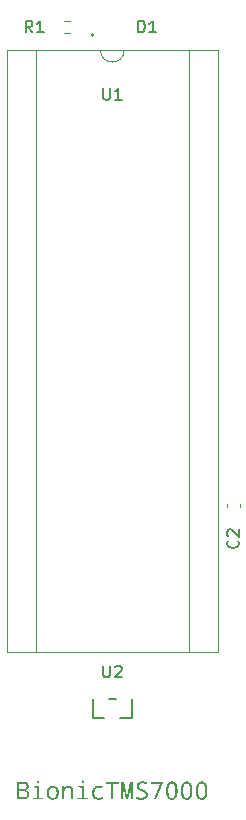
<source format=gbr>
G04 #@! TF.GenerationSoftware,KiCad,Pcbnew,8.0.4+dfsg-1*
G04 #@! TF.CreationDate,2025-03-02T15:08:39+09:00*
G04 #@! TF.ProjectId,bionic-tms7000,62696f6e-6963-42d7-946d-73373030302e,4*
G04 #@! TF.SameCoordinates,Original*
G04 #@! TF.FileFunction,Legend,Top*
G04 #@! TF.FilePolarity,Positive*
%FSLAX46Y46*%
G04 Gerber Fmt 4.6, Leading zero omitted, Abs format (unit mm)*
G04 Created by KiCad (PCBNEW 8.0.4+dfsg-1) date 2025-03-02 15:08:39*
%MOMM*%
%LPD*%
G01*
G04 APERTURE LIST*
%ADD10C,0.150000*%
%ADD11C,0.152400*%
%ADD12C,0.120000*%
G04 APERTURE END LIST*
D10*
G36*
X106185245Y-135672063D02*
G01*
X106262051Y-135678637D01*
X106344229Y-135692311D01*
X106415512Y-135712297D01*
X106484902Y-135743590D01*
X106510101Y-135759631D01*
X106565880Y-135811219D01*
X106605722Y-135876592D01*
X106629627Y-135955750D01*
X106637471Y-136036321D01*
X106637596Y-136048692D01*
X106629689Y-136126373D01*
X106602726Y-136201904D01*
X106556629Y-136267045D01*
X106500444Y-136314622D01*
X106433096Y-136348819D01*
X106354585Y-136369634D01*
X106337543Y-136372192D01*
X106337543Y-136382450D01*
X106417743Y-136400127D01*
X106487249Y-136425315D01*
X106559094Y-136467361D01*
X106614231Y-136521142D01*
X106652660Y-136586658D01*
X106674381Y-136663909D01*
X106679727Y-136734160D01*
X106675104Y-136807481D01*
X106658021Y-136885274D01*
X106628351Y-136954722D01*
X106586093Y-137015826D01*
X106548203Y-137054362D01*
X106486245Y-137099615D01*
X106415137Y-137133753D01*
X106334877Y-137156776D01*
X106258799Y-137167664D01*
X106190265Y-137170500D01*
X105647313Y-137170500D01*
X105647313Y-137006735D01*
X105840021Y-137006735D01*
X106156193Y-137006735D01*
X106231326Y-137002355D01*
X106311155Y-136984565D01*
X106386289Y-136945152D01*
X106438882Y-136886033D01*
X106468935Y-136807207D01*
X106476762Y-136726466D01*
X106468613Y-136651635D01*
X106437323Y-136578580D01*
X106382566Y-136523788D01*
X106304342Y-136487261D01*
X106221228Y-136470772D01*
X106143004Y-136466714D01*
X105840021Y-136466714D01*
X105840021Y-137006735D01*
X105647313Y-137006735D01*
X105647313Y-136302949D01*
X105840021Y-136302949D01*
X106132379Y-136302949D01*
X106207347Y-136299446D01*
X106285728Y-136285213D01*
X106357307Y-136253683D01*
X106366852Y-136246895D01*
X106414531Y-136189259D01*
X106436968Y-136114589D01*
X106440492Y-136061515D01*
X106431184Y-135985822D01*
X106396184Y-135917465D01*
X106361723Y-135886759D01*
X106289664Y-135854387D01*
X106209779Y-135838824D01*
X106132889Y-135833844D01*
X106111863Y-135833636D01*
X105840021Y-135833636D01*
X105840021Y-136302949D01*
X105647313Y-136302949D01*
X105647313Y-135669871D01*
X106100872Y-135669871D01*
X106185245Y-135672063D01*
G37*
G36*
X107420516Y-135576082D02*
G01*
X107495148Y-135598452D01*
X107527987Y-135665561D01*
X107529693Y-135692952D01*
X107511351Y-135765080D01*
X107497086Y-135781613D01*
X107428722Y-135810301D01*
X107420516Y-135810555D01*
X107349117Y-135791146D01*
X107312933Y-135726832D01*
X107310240Y-135692952D01*
X107328440Y-135617284D01*
X107394670Y-135577908D01*
X107420516Y-135576082D01*
G37*
G36*
X107325994Y-136192307D02*
G01*
X107048656Y-136170691D01*
X107048656Y-136045028D01*
X107513206Y-136045028D01*
X107513206Y-137023221D01*
X107875907Y-137043737D01*
X107875907Y-137170500D01*
X106971353Y-137170500D01*
X106971353Y-137043737D01*
X107325994Y-137023221D01*
X107325994Y-136192307D01*
G37*
G36*
X108744949Y-136027197D02*
G01*
X108820589Y-136044044D01*
X108890510Y-136072122D01*
X108954712Y-136111432D01*
X109013196Y-136161973D01*
X109031420Y-136181316D01*
X109080102Y-136244900D01*
X109118712Y-136315852D01*
X109147249Y-136394171D01*
X109165715Y-136479857D01*
X109173409Y-136556890D01*
X109174668Y-136605566D01*
X109171216Y-136688148D01*
X109160858Y-136765077D01*
X109143595Y-136836354D01*
X109113765Y-136914424D01*
X109073992Y-136984354D01*
X109033252Y-137036410D01*
X108977060Y-137089948D01*
X108914275Y-137132409D01*
X108844894Y-137163793D01*
X108768920Y-137184101D01*
X108686350Y-137193331D01*
X108657362Y-137193947D01*
X108576600Y-137188318D01*
X108501376Y-137171433D01*
X108431691Y-137143290D01*
X108367545Y-137103890D01*
X108308936Y-137053233D01*
X108290631Y-137033846D01*
X108241825Y-136969896D01*
X108203116Y-136898400D01*
X108174505Y-136819355D01*
X108158376Y-136747719D01*
X108149260Y-136670842D01*
X108147016Y-136605566D01*
X108340823Y-136605566D01*
X108343641Y-136682890D01*
X108356163Y-136774157D01*
X108378703Y-136851904D01*
X108420965Y-136930073D01*
X108478880Y-136987115D01*
X108552448Y-137023031D01*
X108641669Y-137037819D01*
X108661392Y-137038242D01*
X108736267Y-137031481D01*
X108815823Y-137004017D01*
X108879779Y-136955425D01*
X108928136Y-136885707D01*
X108955591Y-136814721D01*
X108973062Y-136730214D01*
X108980549Y-136632186D01*
X108980861Y-136605566D01*
X108978034Y-136529028D01*
X108965469Y-136438687D01*
X108942852Y-136361731D01*
X108900444Y-136284356D01*
X108842331Y-136227893D01*
X108768510Y-136192343D01*
X108678984Y-136177704D01*
X108659194Y-136177286D01*
X108584575Y-136183978D01*
X108505294Y-136211164D01*
X108441557Y-136259261D01*
X108393367Y-136328271D01*
X108366007Y-136398536D01*
X108348596Y-136482184D01*
X108341134Y-136579217D01*
X108340823Y-136605566D01*
X108147016Y-136605566D01*
X108150424Y-136523749D01*
X108160648Y-136447514D01*
X108181913Y-136363399D01*
X108212992Y-136287321D01*
X108253886Y-136219280D01*
X108286601Y-136178385D01*
X108342384Y-136125096D01*
X108405046Y-136082833D01*
X108474585Y-136051594D01*
X108551002Y-136031381D01*
X108634297Y-136022194D01*
X108663590Y-136021581D01*
X108744949Y-136027197D01*
G37*
G36*
X110203053Y-137170500D02*
G01*
X110203053Y-136444366D01*
X110197069Y-136367424D01*
X110174091Y-136292308D01*
X110125502Y-136228407D01*
X110053457Y-136190066D01*
X109973034Y-136177547D01*
X109957955Y-136177286D01*
X109883766Y-136183674D01*
X109804941Y-136209628D01*
X109741571Y-136255545D01*
X109693657Y-136321426D01*
X109661200Y-136407271D01*
X109646362Y-136490321D01*
X109641416Y-136586148D01*
X109641416Y-137170500D01*
X109453838Y-137170500D01*
X109453838Y-136045028D01*
X109605146Y-136045028D01*
X109632990Y-136194871D01*
X109643248Y-136194871D01*
X109687804Y-136135980D01*
X109751703Y-136082673D01*
X109828434Y-136045950D01*
X109904417Y-136027673D01*
X109989829Y-136021581D01*
X110083767Y-136028021D01*
X110165180Y-136047341D01*
X110234068Y-136079541D01*
X110302564Y-136137904D01*
X110343271Y-136199084D01*
X110371452Y-136273144D01*
X110387108Y-136360083D01*
X110390631Y-136433741D01*
X110390631Y-137170500D01*
X110203053Y-137170500D01*
G37*
G36*
X111201395Y-135576082D02*
G01*
X111276028Y-135598452D01*
X111308866Y-135665561D01*
X111310572Y-135692952D01*
X111292231Y-135765080D01*
X111277965Y-135781613D01*
X111209601Y-135810301D01*
X111201395Y-135810555D01*
X111129996Y-135791146D01*
X111093812Y-135726832D01*
X111091120Y-135692952D01*
X111109319Y-135617284D01*
X111175549Y-135577908D01*
X111201395Y-135576082D01*
G37*
G36*
X111106873Y-136192307D02*
G01*
X110829536Y-136170691D01*
X110829536Y-136045028D01*
X111294085Y-136045028D01*
X111294085Y-137023221D01*
X111656786Y-137043737D01*
X111656786Y-137170500D01*
X110752233Y-137170500D01*
X110752233Y-137043737D01*
X111106873Y-137023221D01*
X111106873Y-136192307D01*
G37*
G36*
X112902791Y-136082398D02*
G01*
X112839044Y-136245063D01*
X112763801Y-136218937D01*
X112692681Y-136200275D01*
X112617597Y-136188204D01*
X112562805Y-136185346D01*
X112473246Y-136192004D01*
X112395628Y-136211976D01*
X112329952Y-136245264D01*
X112264648Y-136305598D01*
X112225840Y-136368844D01*
X112198972Y-136445406D01*
X112184045Y-136535282D01*
X112180687Y-136611428D01*
X112183955Y-136686264D01*
X112198481Y-136774595D01*
X112224627Y-136849840D01*
X112273652Y-136925493D01*
X112340834Y-136980700D01*
X112426172Y-137015460D01*
X112507517Y-137028546D01*
X112552547Y-137030182D01*
X112633948Y-137026198D01*
X112716220Y-137014245D01*
X112788921Y-136997250D01*
X112862289Y-136974154D01*
X112883374Y-136966435D01*
X112883374Y-137131299D01*
X112810398Y-137158707D01*
X112729592Y-137178285D01*
X112652463Y-137188991D01*
X112569338Y-137193702D01*
X112544487Y-137193947D01*
X112464600Y-137190289D01*
X112390492Y-137179314D01*
X112309189Y-137156486D01*
X112236207Y-137123123D01*
X112171545Y-137079223D01*
X112133060Y-137044104D01*
X112083381Y-136983327D01*
X112043982Y-136913380D01*
X112014860Y-136834263D01*
X111998443Y-136761326D01*
X111989164Y-136682021D01*
X111986880Y-136613992D01*
X111990530Y-136526918D01*
X112001478Y-136446588D01*
X112019724Y-136373002D01*
X112051254Y-136293601D01*
X112093295Y-136223912D01*
X112136357Y-136173256D01*
X112196674Y-136121710D01*
X112265517Y-136080829D01*
X112342888Y-136050613D01*
X112428784Y-136031061D01*
X112506878Y-136022914D01*
X112556577Y-136021581D01*
X112635880Y-136024491D01*
X112713185Y-136033222D01*
X112788491Y-136047773D01*
X112861798Y-136068144D01*
X112902791Y-136082398D01*
G37*
G36*
X113798185Y-137170500D02*
G01*
X113605844Y-137170500D01*
X113605844Y-135838765D01*
X113175000Y-135838765D01*
X113175000Y-135669871D01*
X114227931Y-135669871D01*
X114227931Y-135838765D01*
X113798185Y-135838765D01*
X113798185Y-137170500D01*
G37*
G36*
X114878227Y-137170500D02*
G01*
X114592097Y-135857450D01*
X114583670Y-135851588D01*
X114589053Y-135934059D01*
X114593523Y-136010198D01*
X114597684Y-136093205D01*
X114600530Y-136167094D01*
X114602191Y-136241771D01*
X114602355Y-136269976D01*
X114602355Y-137170500D01*
X114446650Y-137170500D01*
X114446650Y-135669871D01*
X114701273Y-135669871D01*
X114956629Y-136892429D01*
X114962857Y-136892429D01*
X115220411Y-135669871D01*
X115480164Y-135669871D01*
X115480164Y-137170500D01*
X115322261Y-137170500D01*
X115322261Y-136256787D01*
X115323420Y-136182399D01*
X115325924Y-136103464D01*
X115329187Y-136021126D01*
X115332693Y-135942161D01*
X115336915Y-135853786D01*
X115328855Y-135853786D01*
X115037229Y-137170500D01*
X114878227Y-137170500D01*
G37*
G36*
X115735886Y-137123605D02*
G01*
X115735886Y-136941888D01*
X115817073Y-136971894D01*
X115897693Y-136995692D01*
X115977746Y-137013282D01*
X116057233Y-137024664D01*
X116136153Y-137029837D01*
X116162334Y-137030182D01*
X116246827Y-137026289D01*
X116320054Y-137014612D01*
X116395745Y-136989066D01*
X116463339Y-136942355D01*
X116505586Y-136878127D01*
X116522484Y-136796381D01*
X116522836Y-136781054D01*
X116512635Y-136707776D01*
X116474948Y-136639865D01*
X116450296Y-136616557D01*
X116382805Y-136574250D01*
X116311588Y-136540326D01*
X116233982Y-136508465D01*
X116156106Y-136479536D01*
X116079985Y-136450217D01*
X116012365Y-136418863D01*
X115944219Y-136379711D01*
X115880506Y-136331574D01*
X115848360Y-136299652D01*
X115803376Y-136235992D01*
X115773115Y-136162480D01*
X115758575Y-136088863D01*
X115755303Y-136028542D01*
X115761632Y-135953880D01*
X115784364Y-135877653D01*
X115823628Y-135811135D01*
X115879424Y-135754326D01*
X115887561Y-135747907D01*
X115950282Y-135708364D01*
X116022400Y-135678534D01*
X116103914Y-135658416D01*
X116181263Y-135648902D01*
X116250994Y-135646424D01*
X116337951Y-135649245D01*
X116421869Y-135657707D01*
X116502746Y-135671811D01*
X116580584Y-135691556D01*
X116655383Y-135716942D01*
X116679640Y-135726658D01*
X116613695Y-135895918D01*
X116540034Y-135868527D01*
X116468254Y-135846802D01*
X116386887Y-135828620D01*
X116308080Y-135818152D01*
X116242568Y-135815318D01*
X116155599Y-135820568D01*
X116083371Y-135836320D01*
X116016155Y-135869082D01*
X115964563Y-135926416D01*
X115941863Y-136004332D01*
X115940683Y-136030374D01*
X115950163Y-136103412D01*
X115985185Y-136173907D01*
X116008095Y-136199268D01*
X116071453Y-136244220D01*
X116138904Y-136278326D01*
X116212687Y-136309146D01*
X116286898Y-136336288D01*
X116362010Y-136364710D01*
X116441282Y-136399194D01*
X116508704Y-136434090D01*
X116572387Y-136475323D01*
X116625418Y-136523134D01*
X116670241Y-136588722D01*
X116698462Y-136665043D01*
X116709668Y-136742909D01*
X116710415Y-136770796D01*
X116703578Y-136853140D01*
X116683066Y-136927384D01*
X116648881Y-136993529D01*
X116601021Y-137051574D01*
X116567533Y-137081107D01*
X116499432Y-137125075D01*
X116431906Y-137154166D01*
X116355932Y-137175324D01*
X116271508Y-137188547D01*
X116194700Y-137193506D01*
X116162334Y-137193947D01*
X116079956Y-137192229D01*
X116003409Y-137187077D01*
X115919251Y-137176361D01*
X115843491Y-137160699D01*
X115765718Y-137136176D01*
X115735886Y-137123605D01*
G37*
G36*
X117194748Y-137170500D02*
G01*
X117775069Y-135840964D01*
X116998011Y-135840964D01*
X116998011Y-135669871D01*
X117966678Y-135669871D01*
X117966678Y-135819348D01*
X117394783Y-137170500D01*
X117194748Y-137170500D01*
G37*
G36*
X118827006Y-135653418D02*
G01*
X118904256Y-135674399D01*
X118973288Y-135709369D01*
X119034103Y-135758326D01*
X119086701Y-135821270D01*
X119102407Y-135845360D01*
X119137659Y-135911839D01*
X119166936Y-135986940D01*
X119190238Y-136070663D01*
X119204578Y-136143850D01*
X119215093Y-136222556D01*
X119221785Y-136306779D01*
X119224653Y-136396521D01*
X119224773Y-136419819D01*
X119222885Y-136513561D01*
X119217222Y-136601255D01*
X119207784Y-136682902D01*
X119194571Y-136758500D01*
X119167672Y-136860558D01*
X119132279Y-136949008D01*
X119088391Y-137023850D01*
X119036009Y-137085085D01*
X118975133Y-137132712D01*
X118905763Y-137166731D01*
X118827898Y-137187143D01*
X118741538Y-137193947D01*
X118657080Y-137186953D01*
X118580659Y-137165971D01*
X118512274Y-137131002D01*
X118451927Y-137082045D01*
X118399617Y-137019101D01*
X118383967Y-136995011D01*
X118348926Y-136928514D01*
X118319824Y-136853360D01*
X118296662Y-136769547D01*
X118282408Y-136696262D01*
X118271955Y-136617437D01*
X118265303Y-136533070D01*
X118262453Y-136443162D01*
X118262334Y-136419819D01*
X118262349Y-136419086D01*
X118453210Y-136419086D01*
X118454297Y-136498015D01*
X118457560Y-136571219D01*
X118464698Y-136654674D01*
X118475234Y-136729185D01*
X118492365Y-136806791D01*
X118518536Y-136881053D01*
X118522819Y-136890231D01*
X118562592Y-136953223D01*
X118619216Y-137002576D01*
X118688417Y-137029150D01*
X118741538Y-137034212D01*
X118820480Y-137022794D01*
X118886670Y-136988540D01*
X118940109Y-136931449D01*
X118964288Y-136889864D01*
X118991982Y-136817874D01*
X119010306Y-136742355D01*
X119021758Y-136669681D01*
X119029740Y-136588152D01*
X119034252Y-136497769D01*
X119035362Y-136419086D01*
X119034252Y-136340925D01*
X119029740Y-136251112D01*
X119021758Y-136170065D01*
X119007599Y-136084378D01*
X118988442Y-136011314D01*
X118964288Y-135950873D01*
X118923713Y-135887561D01*
X118866023Y-135837956D01*
X118795583Y-135811247D01*
X118741538Y-135806159D01*
X118663952Y-135817519D01*
X118598944Y-135851600D01*
X118546513Y-135908400D01*
X118522819Y-135949774D01*
X118495696Y-136021193D01*
X118477750Y-136096335D01*
X118466533Y-136168772D01*
X118458716Y-136250136D01*
X118454297Y-136340427D01*
X118453210Y-136419086D01*
X118262349Y-136419086D01*
X118264206Y-136326166D01*
X118269821Y-136238555D01*
X118279181Y-136156986D01*
X118292284Y-136081459D01*
X118318959Y-135979498D01*
X118354057Y-135891131D01*
X118397578Y-135816360D01*
X118449523Y-135755183D01*
X118509892Y-135707601D01*
X118578684Y-135673614D01*
X118655899Y-135653222D01*
X118741538Y-135646424D01*
X118827006Y-135653418D01*
G37*
G36*
X120087299Y-135653418D02*
G01*
X120164549Y-135674399D01*
X120233581Y-135709369D01*
X120294396Y-135758326D01*
X120346994Y-135821270D01*
X120362700Y-135845360D01*
X120397952Y-135911839D01*
X120427229Y-135986940D01*
X120450531Y-136070663D01*
X120464871Y-136143850D01*
X120475387Y-136222556D01*
X120482078Y-136306779D01*
X120484946Y-136396521D01*
X120485066Y-136419819D01*
X120483178Y-136513561D01*
X120477515Y-136601255D01*
X120468077Y-136682902D01*
X120454864Y-136758500D01*
X120427965Y-136860558D01*
X120392572Y-136949008D01*
X120348684Y-137023850D01*
X120296302Y-137085085D01*
X120235426Y-137132712D01*
X120166056Y-137166731D01*
X120088191Y-137187143D01*
X120001831Y-137193947D01*
X119917373Y-137186953D01*
X119840952Y-137165971D01*
X119772568Y-137131002D01*
X119712220Y-137082045D01*
X119659911Y-137019101D01*
X119644260Y-136995011D01*
X119609219Y-136928514D01*
X119580118Y-136853360D01*
X119556955Y-136769547D01*
X119542701Y-136696262D01*
X119532248Y-136617437D01*
X119525597Y-136533070D01*
X119522746Y-136443162D01*
X119522627Y-136419819D01*
X119522642Y-136419086D01*
X119713503Y-136419086D01*
X119714590Y-136498015D01*
X119717853Y-136571219D01*
X119724991Y-136654674D01*
X119735528Y-136729185D01*
X119752658Y-136806791D01*
X119778829Y-136881053D01*
X119783112Y-136890231D01*
X119822885Y-136953223D01*
X119879509Y-137002576D01*
X119948710Y-137029150D01*
X120001831Y-137034212D01*
X120080773Y-137022794D01*
X120146963Y-136988540D01*
X120200402Y-136931449D01*
X120224581Y-136889864D01*
X120252275Y-136817874D01*
X120270599Y-136742355D01*
X120282051Y-136669681D01*
X120290033Y-136588152D01*
X120294545Y-136497769D01*
X120295656Y-136419086D01*
X120294545Y-136340925D01*
X120290033Y-136251112D01*
X120282051Y-136170065D01*
X120267892Y-136084378D01*
X120248735Y-136011314D01*
X120224581Y-135950873D01*
X120184006Y-135887561D01*
X120126317Y-135837956D01*
X120055876Y-135811247D01*
X120001831Y-135806159D01*
X119924246Y-135817519D01*
X119859237Y-135851600D01*
X119806806Y-135908400D01*
X119783112Y-135949774D01*
X119755989Y-136021193D01*
X119738043Y-136096335D01*
X119726826Y-136168772D01*
X119719009Y-136250136D01*
X119714590Y-136340427D01*
X119713503Y-136419086D01*
X119522642Y-136419086D01*
X119524499Y-136326166D01*
X119530115Y-136238555D01*
X119539474Y-136156986D01*
X119552577Y-136081459D01*
X119579252Y-135979498D01*
X119614350Y-135891131D01*
X119657871Y-135816360D01*
X119709816Y-135755183D01*
X119770185Y-135707601D01*
X119838977Y-135673614D01*
X119916192Y-135653222D01*
X120001831Y-135646424D01*
X120087299Y-135653418D01*
G37*
G36*
X121347592Y-135653418D02*
G01*
X121424842Y-135674399D01*
X121493874Y-135709369D01*
X121554689Y-135758326D01*
X121607287Y-135821270D01*
X121622993Y-135845360D01*
X121658245Y-135911839D01*
X121687522Y-135986940D01*
X121710824Y-136070663D01*
X121725164Y-136143850D01*
X121735680Y-136222556D01*
X121742372Y-136306779D01*
X121745239Y-136396521D01*
X121745359Y-136419819D01*
X121743471Y-136513561D01*
X121737808Y-136601255D01*
X121728370Y-136682902D01*
X121715157Y-136758500D01*
X121688258Y-136860558D01*
X121652865Y-136949008D01*
X121608977Y-137023850D01*
X121556596Y-137085085D01*
X121495719Y-137132712D01*
X121426349Y-137166731D01*
X121348484Y-137187143D01*
X121262125Y-137193947D01*
X121177666Y-137186953D01*
X121101245Y-137165971D01*
X121032861Y-137131002D01*
X120972514Y-137082045D01*
X120920204Y-137019101D01*
X120904553Y-136995011D01*
X120869512Y-136928514D01*
X120840411Y-136853360D01*
X120817248Y-136769547D01*
X120802994Y-136696262D01*
X120792541Y-136617437D01*
X120785890Y-136533070D01*
X120783039Y-136443162D01*
X120782920Y-136419819D01*
X120782935Y-136419086D01*
X120973796Y-136419086D01*
X120974883Y-136498015D01*
X120978146Y-136571219D01*
X120985284Y-136654674D01*
X120995821Y-136729185D01*
X121012951Y-136806791D01*
X121039122Y-136881053D01*
X121043405Y-136890231D01*
X121083178Y-136953223D01*
X121139802Y-137002576D01*
X121209003Y-137029150D01*
X121262125Y-137034212D01*
X121341066Y-137022794D01*
X121407256Y-136988540D01*
X121460695Y-136931449D01*
X121484874Y-136889864D01*
X121512568Y-136817874D01*
X121530892Y-136742355D01*
X121542345Y-136669681D01*
X121550327Y-136588152D01*
X121554838Y-136497769D01*
X121555949Y-136419086D01*
X121554838Y-136340925D01*
X121550327Y-136251112D01*
X121542345Y-136170065D01*
X121528185Y-136084378D01*
X121509028Y-136011314D01*
X121484874Y-135950873D01*
X121444299Y-135887561D01*
X121386610Y-135837956D01*
X121316169Y-135811247D01*
X121262125Y-135806159D01*
X121184539Y-135817519D01*
X121119530Y-135851600D01*
X121067099Y-135908400D01*
X121043405Y-135949774D01*
X121016282Y-136021193D01*
X120998336Y-136096335D01*
X120987119Y-136168772D01*
X120979302Y-136250136D01*
X120974883Y-136340427D01*
X120973796Y-136419086D01*
X120782935Y-136419086D01*
X120784792Y-136326166D01*
X120790408Y-136238555D01*
X120799767Y-136156986D01*
X120812870Y-136081459D01*
X120839545Y-135979498D01*
X120874643Y-135891131D01*
X120918164Y-135816360D01*
X120970109Y-135755183D01*
X121030478Y-135707601D01*
X121099270Y-135673614D01*
X121176485Y-135653222D01*
X121262125Y-135646424D01*
X121347592Y-135653418D01*
G37*
X115882905Y-72232819D02*
X115882905Y-71232819D01*
X115882905Y-71232819D02*
X116121000Y-71232819D01*
X116121000Y-71232819D02*
X116263857Y-71280438D01*
X116263857Y-71280438D02*
X116359095Y-71375676D01*
X116359095Y-71375676D02*
X116406714Y-71470914D01*
X116406714Y-71470914D02*
X116454333Y-71661390D01*
X116454333Y-71661390D02*
X116454333Y-71804247D01*
X116454333Y-71804247D02*
X116406714Y-71994723D01*
X116406714Y-71994723D02*
X116359095Y-72089961D01*
X116359095Y-72089961D02*
X116263857Y-72185200D01*
X116263857Y-72185200D02*
X116121000Y-72232819D01*
X116121000Y-72232819D02*
X115882905Y-72232819D01*
X117406714Y-72232819D02*
X116835286Y-72232819D01*
X117121000Y-72232819D02*
X117121000Y-71232819D01*
X117121000Y-71232819D02*
X117025762Y-71375676D01*
X117025762Y-71375676D02*
X116930524Y-71470914D01*
X116930524Y-71470914D02*
X116835286Y-71518533D01*
X112938095Y-125842819D02*
X112938095Y-126652342D01*
X112938095Y-126652342D02*
X112985714Y-126747580D01*
X112985714Y-126747580D02*
X113033333Y-126795200D01*
X113033333Y-126795200D02*
X113128571Y-126842819D01*
X113128571Y-126842819D02*
X113319047Y-126842819D01*
X113319047Y-126842819D02*
X113414285Y-126795200D01*
X113414285Y-126795200D02*
X113461904Y-126747580D01*
X113461904Y-126747580D02*
X113509523Y-126652342D01*
X113509523Y-126652342D02*
X113509523Y-125842819D01*
X113938095Y-125938057D02*
X113985714Y-125890438D01*
X113985714Y-125890438D02*
X114080952Y-125842819D01*
X114080952Y-125842819D02*
X114319047Y-125842819D01*
X114319047Y-125842819D02*
X114414285Y-125890438D01*
X114414285Y-125890438D02*
X114461904Y-125938057D01*
X114461904Y-125938057D02*
X114509523Y-126033295D01*
X114509523Y-126033295D02*
X114509523Y-126128533D01*
X114509523Y-126128533D02*
X114461904Y-126271390D01*
X114461904Y-126271390D02*
X113890476Y-126842819D01*
X113890476Y-126842819D02*
X114509523Y-126842819D01*
X106929333Y-72232819D02*
X106596000Y-71756628D01*
X106357905Y-72232819D02*
X106357905Y-71232819D01*
X106357905Y-71232819D02*
X106738857Y-71232819D01*
X106738857Y-71232819D02*
X106834095Y-71280438D01*
X106834095Y-71280438D02*
X106881714Y-71328057D01*
X106881714Y-71328057D02*
X106929333Y-71423295D01*
X106929333Y-71423295D02*
X106929333Y-71566152D01*
X106929333Y-71566152D02*
X106881714Y-71661390D01*
X106881714Y-71661390D02*
X106834095Y-71709009D01*
X106834095Y-71709009D02*
X106738857Y-71756628D01*
X106738857Y-71756628D02*
X106357905Y-71756628D01*
X107881714Y-72232819D02*
X107310286Y-72232819D01*
X107596000Y-72232819D02*
X107596000Y-71232819D01*
X107596000Y-71232819D02*
X107500762Y-71375676D01*
X107500762Y-71375676D02*
X107405524Y-71470914D01*
X107405524Y-71470914D02*
X107310286Y-71518533D01*
X112938095Y-76947819D02*
X112938095Y-77757342D01*
X112938095Y-77757342D02*
X112985714Y-77852580D01*
X112985714Y-77852580D02*
X113033333Y-77900200D01*
X113033333Y-77900200D02*
X113128571Y-77947819D01*
X113128571Y-77947819D02*
X113319047Y-77947819D01*
X113319047Y-77947819D02*
X113414285Y-77900200D01*
X113414285Y-77900200D02*
X113461904Y-77852580D01*
X113461904Y-77852580D02*
X113509523Y-77757342D01*
X113509523Y-77757342D02*
X113509523Y-76947819D01*
X114509523Y-77947819D02*
X113938095Y-77947819D01*
X114223809Y-77947819D02*
X114223809Y-76947819D01*
X114223809Y-76947819D02*
X114128571Y-77090676D01*
X114128571Y-77090676D02*
X114033333Y-77185914D01*
X114033333Y-77185914D02*
X113938095Y-77233533D01*
X124321180Y-115277066D02*
X124368800Y-115324685D01*
X124368800Y-115324685D02*
X124416419Y-115467542D01*
X124416419Y-115467542D02*
X124416419Y-115562780D01*
X124416419Y-115562780D02*
X124368800Y-115705637D01*
X124368800Y-115705637D02*
X124273561Y-115800875D01*
X124273561Y-115800875D02*
X124178323Y-115848494D01*
X124178323Y-115848494D02*
X123987847Y-115896113D01*
X123987847Y-115896113D02*
X123844990Y-115896113D01*
X123844990Y-115896113D02*
X123654514Y-115848494D01*
X123654514Y-115848494D02*
X123559276Y-115800875D01*
X123559276Y-115800875D02*
X123464038Y-115705637D01*
X123464038Y-115705637D02*
X123416419Y-115562780D01*
X123416419Y-115562780D02*
X123416419Y-115467542D01*
X123416419Y-115467542D02*
X123464038Y-115324685D01*
X123464038Y-115324685D02*
X123511657Y-115277066D01*
X123511657Y-114896113D02*
X123464038Y-114848494D01*
X123464038Y-114848494D02*
X123416419Y-114753256D01*
X123416419Y-114753256D02*
X123416419Y-114515161D01*
X123416419Y-114515161D02*
X123464038Y-114419923D01*
X123464038Y-114419923D02*
X123511657Y-114372304D01*
X123511657Y-114372304D02*
X123606895Y-114324685D01*
X123606895Y-114324685D02*
X123702133Y-114324685D01*
X123702133Y-114324685D02*
X123844990Y-114372304D01*
X123844990Y-114372304D02*
X124416419Y-114943732D01*
X124416419Y-114943732D02*
X124416419Y-114324685D01*
D11*
X112125200Y-72463800D02*
G75*
G02*
X111972800Y-72463800I-76200J0D01*
G01*
X111972800Y-72463800D02*
G75*
G02*
X112125200Y-72463800I76200J0D01*
G01*
X112048000Y-128659000D02*
X112048000Y-130313000D01*
X112048000Y-130313000D02*
X113037060Y-130313000D01*
X113987061Y-128659000D02*
X113412939Y-128659000D01*
X114362940Y-130313000D02*
X115352000Y-130313000D01*
X115352000Y-130313000D02*
X115352000Y-128659000D01*
D12*
X110144724Y-71255500D02*
X109635276Y-71255500D01*
X110144724Y-72300500D02*
X109635276Y-72300500D01*
X104750000Y-73690000D02*
X104750000Y-124730000D01*
X104750000Y-124730000D02*
X122650000Y-124730000D01*
X107240000Y-73750000D02*
X107240000Y-124670000D01*
X107240000Y-124670000D02*
X120160000Y-124670000D01*
X112700000Y-73750000D02*
X107240000Y-73750000D01*
X120160000Y-73750000D02*
X114700000Y-73750000D01*
X120160000Y-124670000D02*
X120160000Y-73750000D01*
X122650000Y-73690000D02*
X104750000Y-73690000D01*
X122650000Y-124730000D02*
X122650000Y-73690000D01*
X114700000Y-73750000D02*
G75*
G02*
X112700000Y-73750000I-1000000J0D01*
G01*
X124471600Y-112462667D02*
X124471600Y-112170133D01*
X123451600Y-112462667D02*
X123451600Y-112170133D01*
M02*

</source>
